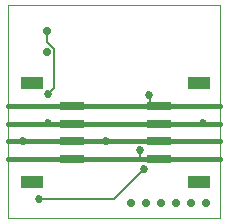
<source format=gbl>
G75*
G70*
%OFA0B0*%
%FSLAX24Y24*%
%IPPOS*%
%LPD*%
%AMOC8*
5,1,8,0,0,1.08239X$1,22.5*
%
%ADD10C,0.0000*%
%ADD11R,0.0787X0.0276*%
%ADD12R,0.0748X0.0433*%
%ADD13C,0.0290*%
%ADD14C,0.0060*%
%ADD15C,0.0270*%
%ADD16C,0.0160*%
D10*
X004112Y009111D02*
X004112Y016198D01*
X011199Y016198D01*
X011199Y009111D01*
X004112Y009111D01*
D11*
X006238Y011060D03*
X006238Y011651D03*
X006238Y012241D03*
X006238Y012832D03*
X009151Y012832D03*
X009151Y012241D03*
X009151Y011651D03*
X009151Y011060D03*
D12*
X010470Y010292D03*
X010470Y013599D03*
X004919Y013599D03*
X004919Y010292D03*
D13*
X005406Y014625D03*
X005406Y015332D03*
X008230Y009603D03*
X008730Y009603D03*
X009230Y009603D03*
X009730Y009603D03*
X010230Y009603D03*
X010730Y009603D03*
D14*
X010805Y012241D02*
X010608Y012261D01*
X011199Y012241D02*
X011238Y012300D01*
X009309Y012891D02*
X009151Y012832D01*
X008837Y012891D01*
X008837Y013206D01*
X008817Y013206D01*
X008915Y012891D02*
X009151Y012832D01*
X009112Y012891D01*
X008522Y011355D02*
X008522Y011060D01*
X008522Y011355D02*
X008502Y011355D01*
X008640Y010725D02*
X007655Y009741D01*
X005136Y009741D01*
X004742Y011631D02*
X004742Y011651D01*
X004624Y011670D01*
X004585Y012241D02*
X004585Y012261D01*
X005451Y012261D02*
X005490Y012241D01*
X006112Y012308D02*
X006238Y012241D01*
X005451Y013245D02*
X005648Y013442D01*
X005648Y014741D01*
X005411Y014977D01*
X005411Y015332D01*
X005406Y015332D01*
X007222Y012261D02*
X007222Y012241D01*
D15*
X007380Y011670D03*
X008502Y011355D03*
X008640Y010725D03*
X008817Y013206D03*
X010608Y012261D03*
X005451Y012261D03*
X005451Y013245D03*
X004624Y011670D03*
X005136Y009741D03*
D16*
X004112Y011060D02*
X006238Y011060D01*
X008522Y011060D01*
X009151Y011060D01*
X011199Y011060D01*
X011199Y011651D02*
X009151Y011651D01*
X006238Y011651D01*
X004742Y011651D01*
X004112Y011651D01*
X004112Y012241D02*
X004585Y012241D01*
X005490Y012241D01*
X006238Y012241D01*
X007222Y012241D01*
X009151Y012241D01*
X010805Y012241D01*
X011199Y012241D01*
X011199Y012832D02*
X009151Y012832D01*
X006238Y012832D01*
X004112Y012832D01*
M02*

</source>
